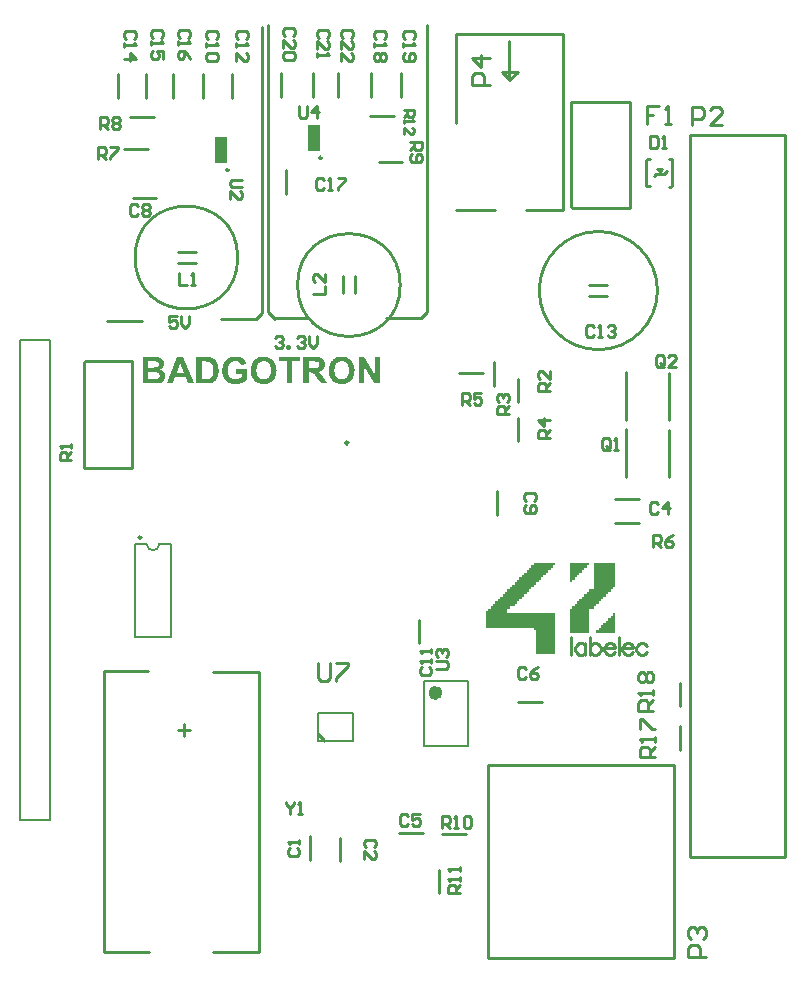
<source format=gto>
%FSLAX44Y44*%
%MOMM*%
G71*
G01*
G75*
G04 Layer_Color=65535*
%ADD10R,1.4000X0.6500*%
%ADD11R,1.7800X0.4200*%
%ADD12R,1.0000X1.1000*%
%ADD13R,1.1000X1.0000*%
%ADD14R,0.3000X1.4000*%
%ADD15R,1.1000X1.9000*%
%ADD16R,0.6000X1.4000*%
%ADD17R,1.4500X0.5500*%
%ADD18R,0.5500X1.4500*%
%ADD19R,1.7000X0.6500*%
%ADD20R,0.8000X0.8000*%
%ADD21R,3.5000X2.6000*%
%ADD22C,1.0000*%
%ADD23C,0.2540*%
%ADD24C,0.3000*%
%ADD25C,0.7000*%
%ADD26C,0.4000*%
%ADD27C,0.5000*%
%ADD28C,0.6000*%
%ADD29C,4.0000*%
%ADD30R,1.5000X1.5000*%
%ADD31C,1.5000*%
%ADD32C,2.5000*%
%ADD33C,1.5240*%
%ADD34C,1.9000*%
%ADD35C,1.6000*%
%ADD36C,1.2700*%
%ADD37R,2.4000X3.0000*%
%ADD38R,0.6000X1.3000*%
%ADD39C,0.2500*%
%ADD40C,0.2000*%
%ADD41R,1.0000X2.3000*%
G36*
X166164Y509000D02*
X161235D01*
X159268Y514099D01*
X150308D01*
X148438Y509000D01*
X143654D01*
X152372Y531413D01*
X157179D01*
X166164Y509000D01*
D02*
G37*
G36*
X323757D02*
X319240D01*
X310159Y523715D01*
Y509000D01*
X305982D01*
Y531413D01*
X310353D01*
X319580Y516358D01*
Y531413D01*
X323757D01*
Y509000D01*
D02*
G37*
G36*
X133480Y531388D02*
X133771D01*
X134427Y531364D01*
X135083Y531315D01*
X135714Y531243D01*
X135981Y531218D01*
X136248Y531170D01*
X136297D01*
X136369Y531146D01*
X136467Y531121D01*
X136709Y531073D01*
X137025Y530976D01*
X137389Y530854D01*
X137778Y530684D01*
X138191Y530490D01*
X138579Y530247D01*
X138603D01*
X138628Y530223D01*
X138749Y530126D01*
X138943Y529956D01*
X139186Y529761D01*
X139453Y529470D01*
X139745Y529154D01*
X140036Y528790D01*
X140303Y528377D01*
Y528353D01*
X140328Y528329D01*
X140376Y528256D01*
X140425Y528183D01*
X140522Y527940D01*
X140667Y527625D01*
X140789Y527236D01*
X140910Y526775D01*
X140983Y526289D01*
X141007Y525755D01*
Y525731D01*
Y525682D01*
Y525609D01*
X140983Y525488D01*
Y525342D01*
X140959Y525196D01*
X140910Y524808D01*
X140789Y524347D01*
X140643Y523861D01*
X140449Y523375D01*
X140157Y522865D01*
Y522841D01*
X140109Y522817D01*
X140060Y522744D01*
X140012Y522647D01*
X139817Y522428D01*
X139550Y522137D01*
X139211Y521821D01*
X138822Y521481D01*
X138361Y521166D01*
X137851Y520898D01*
X137875D01*
X137948Y520874D01*
X138045Y520826D01*
X138191Y520777D01*
X138361Y520704D01*
X138555Y520631D01*
X139016Y520413D01*
X139502Y520146D01*
X140036Y519781D01*
X140546Y519369D01*
X140983Y518859D01*
X141007Y518834D01*
X141032Y518786D01*
X141080Y518713D01*
X141153Y518616D01*
X141250Y518470D01*
X141347Y518300D01*
X141444Y518106D01*
X141542Y517912D01*
X141736Y517402D01*
X141930Y516843D01*
X142051Y516188D01*
X142100Y515848D01*
Y515483D01*
Y515459D01*
Y515411D01*
Y515338D01*
Y515216D01*
X142076Y515095D01*
X142051Y514925D01*
X142003Y514536D01*
X141930Y514075D01*
X141784Y513589D01*
X141614Y513055D01*
X141372Y512497D01*
Y512472D01*
X141347Y512424D01*
X141299Y512351D01*
X141250Y512254D01*
X141080Y511987D01*
X140862Y511671D01*
X140595Y511307D01*
X140255Y510918D01*
X139866Y510530D01*
X139429Y510190D01*
X139405D01*
X139380Y510166D01*
X139308Y510117D01*
X139211Y510044D01*
X139089Y509996D01*
X138943Y509923D01*
X138603Y509753D01*
X138166Y509558D01*
X137632Y509389D01*
X137049Y509243D01*
X136394Y509146D01*
X136272D01*
X136151Y509121D01*
X136005D01*
X135811Y509097D01*
X135568D01*
X135301Y509073D01*
X134961D01*
X134572Y509049D01*
X134135D01*
X133625Y509024D01*
X132436D01*
X131732Y509000D01*
X123330D01*
Y531413D01*
X133188D01*
X133480Y531388D01*
D02*
G37*
G36*
X269364D02*
X269704D01*
X270093Y531364D01*
X270481Y531340D01*
X271355Y531267D01*
X272205Y531146D01*
X272618Y531097D01*
X273031Y531000D01*
X273395Y530903D01*
X273711Y530806D01*
X273735D01*
X273783Y530781D01*
X273856Y530733D01*
X273978Y530684D01*
X274123Y530611D01*
X274269Y530538D01*
X274658Y530320D01*
X275070Y530004D01*
X275483Y529640D01*
X275920Y529179D01*
X276309Y528644D01*
Y528620D01*
X276357Y528572D01*
X276406Y528499D01*
X276455Y528377D01*
X276552Y528232D01*
X276625Y528062D01*
X276722Y527843D01*
X276819Y527625D01*
X276989Y527115D01*
X277159Y526508D01*
X277256Y525852D01*
X277304Y525123D01*
Y525099D01*
Y525002D01*
Y524881D01*
X277280Y524711D01*
X277256Y524492D01*
X277232Y524249D01*
X277183Y523958D01*
X277110Y523667D01*
X276940Y522987D01*
X276819Y522647D01*
X276673Y522307D01*
X276503Y521942D01*
X276309Y521603D01*
X276090Y521263D01*
X275823Y520947D01*
X275799Y520923D01*
X275750Y520874D01*
X275678Y520801D01*
X275556Y520680D01*
X275386Y520558D01*
X275192Y520413D01*
X274973Y520243D01*
X274706Y520073D01*
X274415Y519879D01*
X274099Y519709D01*
X273735Y519539D01*
X273322Y519369D01*
X272885Y519223D01*
X272424Y519077D01*
X271914Y518956D01*
X271380Y518859D01*
X271404D01*
X271452Y518810D01*
X271525Y518786D01*
X271622Y518713D01*
X271889Y518543D01*
X272229Y518300D01*
X272618Y518033D01*
X273031Y517717D01*
X273444Y517353D01*
X273808Y516989D01*
X273856Y516940D01*
X273905Y516867D01*
X273978Y516795D01*
X274075Y516673D01*
X274196Y516527D01*
X274342Y516358D01*
X274488Y516163D01*
X274658Y515920D01*
X274852Y515653D01*
X275070Y515362D01*
X275289Y515022D01*
X275532Y514658D01*
X275799Y514245D01*
X276090Y513832D01*
X276382Y513346D01*
X279126Y509000D01*
X273711D01*
X270433Y513881D01*
X270408Y513905D01*
X270360Y514002D01*
X270263Y514124D01*
X270141Y514294D01*
X270020Y514512D01*
X269850Y514731D01*
X269485Y515265D01*
X269073Y515823D01*
X268684Y516358D01*
X268490Y516600D01*
X268320Y516819D01*
X268174Y517013D01*
X268029Y517159D01*
X268004Y517183D01*
X267931Y517280D01*
X267786Y517377D01*
X267616Y517523D01*
X267421Y517693D01*
X267179Y517839D01*
X266936Y517985D01*
X266669Y518082D01*
X266644Y518106D01*
X266523Y518130D01*
X266353Y518179D01*
X266110Y518227D01*
X265795Y518276D01*
X265406Y518300D01*
X264945Y518349D01*
X263488D01*
Y509000D01*
X258971D01*
Y531413D01*
X269073D01*
X269364Y531388D01*
D02*
G37*
G36*
X256057Y527625D02*
X249453D01*
Y509000D01*
X244936D01*
Y527625D01*
X238283D01*
Y531413D01*
X256057D01*
Y527625D01*
D02*
G37*
G36*
X177504Y531388D02*
X178062D01*
X178378Y531364D01*
X179058Y531315D01*
X179762Y531218D01*
X180442Y531121D01*
X180758Y531048D01*
X181049Y530976D01*
X181073D01*
X181146Y530951D01*
X181243Y530903D01*
X181389Y530854D01*
X181559Y530806D01*
X181753Y530709D01*
X182215Y530490D01*
X182749Y530223D01*
X183307Y529859D01*
X183866Y529422D01*
X184424Y528912D01*
X184449Y528887D01*
X184497Y528839D01*
X184570Y528766D01*
X184667Y528644D01*
X184764Y528499D01*
X184910Y528329D01*
X185056Y528134D01*
X185226Y527892D01*
X185396Y527649D01*
X185566Y527382D01*
X185930Y526750D01*
X186270Y526046D01*
X186561Y525269D01*
Y525245D01*
X186585Y525172D01*
X186634Y525051D01*
X186683Y524881D01*
X186731Y524686D01*
X186804Y524419D01*
X186877Y524128D01*
X186950Y523812D01*
X186998Y523448D01*
X187071Y523035D01*
X187144Y522598D01*
X187192Y522137D01*
X187241Y521627D01*
X187290Y521117D01*
X187314Y520558D01*
Y519976D01*
Y519951D01*
Y519854D01*
Y519709D01*
Y519514D01*
X187290Y519272D01*
Y519004D01*
X187265Y518689D01*
X187217Y518349D01*
X187144Y517596D01*
X187022Y516795D01*
X186852Y515993D01*
X186610Y515216D01*
Y515192D01*
X186561Y515119D01*
X186513Y514973D01*
X186464Y514804D01*
X186367Y514609D01*
X186270Y514366D01*
X186148Y514099D01*
X186003Y513808D01*
X185663Y513177D01*
X185250Y512521D01*
X184764Y511865D01*
X184206Y511258D01*
X184181Y511234D01*
X184157Y511210D01*
X184084Y511137D01*
X183987Y511064D01*
X183866Y510967D01*
X183744Y510845D01*
X183574Y510724D01*
X183380Y510603D01*
X182919Y510311D01*
X182385Y510020D01*
X181753Y509729D01*
X181049Y509461D01*
X181025D01*
X180976Y509437D01*
X180903Y509413D01*
X180782Y509389D01*
X180636Y509364D01*
X180442Y509316D01*
X180223Y509267D01*
X179981Y509243D01*
X179713Y509194D01*
X179422Y509146D01*
X179082Y509097D01*
X178718Y509073D01*
X178354Y509049D01*
X177941Y509024D01*
X177504Y509000D01*
X168544D01*
Y531413D01*
X177261D01*
X177504Y531388D01*
D02*
G37*
G36*
X291971Y531753D02*
X292311Y531728D01*
X292724Y531680D01*
X293209Y531607D01*
X293744Y531510D01*
X294326Y531388D01*
X294958Y531218D01*
X295589Y531024D01*
X296245Y530781D01*
X296925Y530466D01*
X297580Y530126D01*
X298212Y529713D01*
X298819Y529227D01*
X299401Y528693D01*
X299426Y528669D01*
X299523Y528547D01*
X299669Y528377D01*
X299863Y528134D01*
X300106Y527819D01*
X300348Y527430D01*
X300616Y526993D01*
X300907Y526459D01*
X301174Y525900D01*
X301441Y525245D01*
X301708Y524541D01*
X301927Y523788D01*
X302121Y522962D01*
X302267Y522088D01*
X302364Y521141D01*
X302388Y520146D01*
Y520121D01*
Y520073D01*
Y520000D01*
Y519903D01*
Y519781D01*
X302364Y519636D01*
X302340Y519247D01*
X302291Y518786D01*
X302243Y518276D01*
X302145Y517669D01*
X302024Y517038D01*
X301854Y516382D01*
X301660Y515678D01*
X301417Y514973D01*
X301150Y514269D01*
X300810Y513565D01*
X300397Y512885D01*
X299960Y512254D01*
X299426Y511647D01*
X299401Y511623D01*
X299280Y511525D01*
X299134Y511355D01*
X298892Y511161D01*
X298600Y510943D01*
X298236Y510676D01*
X297823Y510408D01*
X297337Y510117D01*
X296803Y509826D01*
X296220Y509558D01*
X295565Y509291D01*
X294861Y509073D01*
X294108Y508879D01*
X293307Y508709D01*
X292432Y508611D01*
X291534Y508587D01*
X291315D01*
X291048Y508611D01*
X290708Y508636D01*
X290296Y508684D01*
X289786Y508757D01*
X289251Y508830D01*
X288669Y508976D01*
X288037Y509121D01*
X287406Y509340D01*
X286726Y509583D01*
X286070Y509874D01*
X285415Y510214D01*
X284783Y510627D01*
X284176Y511088D01*
X283594Y511623D01*
X283569Y511671D01*
X283472Y511768D01*
X283326Y511938D01*
X283132Y512181D01*
X282914Y512497D01*
X282671Y512885D01*
X282404Y513322D01*
X282137Y513832D01*
X281845Y514391D01*
X281578Y515022D01*
X281335Y515702D01*
X281117Y516455D01*
X280923Y517256D01*
X280777Y518130D01*
X280680Y519053D01*
X280655Y520024D01*
Y520073D01*
Y520170D01*
Y520364D01*
X280680Y520607D01*
Y520898D01*
X280704Y521238D01*
X280753Y521603D01*
X280777Y522040D01*
X280850Y522477D01*
X280898Y522938D01*
X281092Y523909D01*
X281335Y524856D01*
X281505Y525342D01*
X281675Y525779D01*
Y525803D01*
X281700Y525852D01*
X281748Y525949D01*
X281821Y526071D01*
X281894Y526216D01*
X281991Y526386D01*
X282209Y526823D01*
X282501Y527285D01*
X282865Y527819D01*
X283278Y528329D01*
X283739Y528863D01*
X283764Y528887D01*
X283812Y528912D01*
X283885Y528984D01*
X283982Y529081D01*
X284104Y529203D01*
X284249Y529324D01*
X284613Y529616D01*
X285026Y529956D01*
X285536Y530296D01*
X286070Y530611D01*
X286653Y530878D01*
X286677D01*
X286750Y530927D01*
X286872Y530951D01*
X287017Y531024D01*
X287212Y531097D01*
X287454Y531170D01*
X287722Y531243D01*
X288037Y531340D01*
X288377Y531413D01*
X288741Y531485D01*
X289154Y531558D01*
X289567Y531631D01*
X290490Y531728D01*
X291485Y531777D01*
X291704D01*
X291971Y531753D01*
D02*
G37*
G36*
X523166Y354900D02*
Y352868D01*
Y350836D01*
Y348804D01*
Y346772D01*
Y344740D01*
Y342708D01*
Y340676D01*
Y338644D01*
Y336612D01*
X521134D01*
Y334580D01*
X519102D01*
Y332548D01*
X517070D01*
Y330516D01*
X515038D01*
Y328484D01*
X513006D01*
Y326452D01*
X510974D01*
Y324420D01*
X508942D01*
Y322388D01*
X506910D01*
Y320356D01*
X504878D01*
Y318324D01*
X500814D01*
Y316292D01*
Y314260D01*
Y312228D01*
Y310196D01*
Y308164D01*
Y306132D01*
Y304100D01*
Y302068D01*
Y300036D01*
Y298004D01*
X484558D01*
Y300036D01*
Y302068D01*
Y304100D01*
Y306132D01*
Y308164D01*
Y310196D01*
Y312228D01*
Y314260D01*
Y316292D01*
Y318324D01*
X486590D01*
Y320356D01*
X488622D01*
Y322388D01*
X490654D01*
Y324420D01*
X492686D01*
Y326452D01*
X494718D01*
Y328484D01*
X496750D01*
Y330516D01*
X498782D01*
Y332548D01*
X500814D01*
Y334580D01*
X504878D01*
Y336612D01*
Y338644D01*
Y340676D01*
Y342708D01*
Y344740D01*
Y346772D01*
Y348804D01*
Y350836D01*
Y352868D01*
Y354900D01*
Y356932D01*
X523166D01*
Y354900D01*
D02*
G37*
G36*
Y312228D02*
Y310196D01*
Y308164D01*
Y306132D01*
Y304100D01*
Y302068D01*
Y300036D01*
Y298004D01*
X506910D01*
Y300036D01*
X508942D01*
Y302068D01*
X510974D01*
Y304100D01*
X513006D01*
Y306132D01*
X515038D01*
Y308164D01*
X517070D01*
Y310196D01*
X519102D01*
Y312228D01*
X521134D01*
Y314260D01*
X523166D01*
Y312228D01*
D02*
G37*
G36*
X500814Y354900D02*
X498782D01*
Y352868D01*
X496750D01*
Y350836D01*
X494718D01*
Y348804D01*
X492686D01*
Y346772D01*
X490654D01*
Y344740D01*
X488622D01*
Y342708D01*
X486590D01*
Y340676D01*
X484558D01*
Y342708D01*
Y344740D01*
Y346772D01*
Y348804D01*
Y350836D01*
Y352868D01*
Y354900D01*
Y356932D01*
X500814D01*
Y354900D01*
D02*
G37*
G36*
X225899Y531753D02*
X226239Y531728D01*
X226651Y531680D01*
X227137Y531607D01*
X227671Y531510D01*
X228254Y531388D01*
X228885Y531218D01*
X229517Y531024D01*
X230172Y530781D01*
X230852Y530466D01*
X231508Y530126D01*
X232139Y529713D01*
X232746Y529227D01*
X233329Y528693D01*
X233353Y528669D01*
X233451Y528547D01*
X233596Y528377D01*
X233790Y528134D01*
X234033Y527819D01*
X234276Y527430D01*
X234543Y526993D01*
X234835Y526459D01*
X235102Y525900D01*
X235369Y525245D01*
X235636Y524541D01*
X235854Y523788D01*
X236049Y522962D01*
X236194Y522088D01*
X236292Y521141D01*
X236316Y520146D01*
Y520121D01*
Y520073D01*
Y520000D01*
Y519903D01*
Y519781D01*
X236292Y519636D01*
X236267Y519247D01*
X236219Y518786D01*
X236170Y518276D01*
X236073Y517669D01*
X235951Y517038D01*
X235782Y516382D01*
X235587Y515678D01*
X235345Y514973D01*
X235077Y514269D01*
X234737Y513565D01*
X234325Y512885D01*
X233888Y512254D01*
X233353Y511647D01*
X233329Y511623D01*
X233208Y511525D01*
X233062Y511355D01*
X232819Y511161D01*
X232528Y510943D01*
X232164Y510676D01*
X231751Y510408D01*
X231265Y510117D01*
X230731Y509826D01*
X230148Y509558D01*
X229492Y509291D01*
X228788Y509073D01*
X228036Y508879D01*
X227234Y508709D01*
X226360Y508611D01*
X225462Y508587D01*
X225243D01*
X224976Y508611D01*
X224636Y508636D01*
X224223Y508684D01*
X223713Y508757D01*
X223179Y508830D01*
X222596Y508976D01*
X221965Y509121D01*
X221334Y509340D01*
X220654Y509583D01*
X219998Y509874D01*
X219342Y510214D01*
X218711Y510627D01*
X218104Y511088D01*
X217521Y511623D01*
X217497Y511671D01*
X217400Y511768D01*
X217254Y511938D01*
X217060Y512181D01*
X216841Y512497D01*
X216598Y512885D01*
X216331Y513322D01*
X216064Y513832D01*
X215773Y514391D01*
X215506Y515022D01*
X215263Y515702D01*
X215044Y516455D01*
X214850Y517256D01*
X214704Y518130D01*
X214607Y519053D01*
X214583Y520024D01*
Y520073D01*
Y520170D01*
Y520364D01*
X214607Y520607D01*
Y520898D01*
X214632Y521238D01*
X214680Y521603D01*
X214704Y522040D01*
X214777Y522477D01*
X214826Y522938D01*
X215020Y523909D01*
X215263Y524856D01*
X215433Y525342D01*
X215603Y525779D01*
Y525803D01*
X215627Y525852D01*
X215676Y525949D01*
X215749Y526071D01*
X215821Y526216D01*
X215919Y526386D01*
X216137Y526823D01*
X216429Y527285D01*
X216793Y527819D01*
X217206Y528329D01*
X217667Y528863D01*
X217691Y528887D01*
X217740Y528912D01*
X217813Y528984D01*
X217910Y529081D01*
X218031Y529203D01*
X218177Y529324D01*
X218541Y529616D01*
X218954Y529956D01*
X219464Y530296D01*
X219998Y530611D01*
X220581Y530878D01*
X220605D01*
X220678Y530927D01*
X220799Y530951D01*
X220945Y531024D01*
X221139Y531097D01*
X221382Y531170D01*
X221649Y531243D01*
X221965Y531340D01*
X222305Y531413D01*
X222669Y531485D01*
X223082Y531558D01*
X223495Y531631D01*
X224417Y531728D01*
X225413Y531777D01*
X225632D01*
X225899Y531753D01*
D02*
G37*
G36*
X202175D02*
X202539Y531728D01*
X202952Y531680D01*
X203389Y531631D01*
X203874Y531558D01*
X204384Y531461D01*
X204919Y531340D01*
X205453Y531218D01*
X206011Y531048D01*
X206546Y530830D01*
X207055Y530611D01*
X207541Y530344D01*
X208002Y530029D01*
X208027Y530004D01*
X208100Y529956D01*
X208221Y529859D01*
X208391Y529713D01*
X208561Y529519D01*
X208780Y529324D01*
X209022Y529057D01*
X209265Y528766D01*
X209532Y528450D01*
X209775Y528086D01*
X210042Y527673D01*
X210285Y527260D01*
X210504Y526799D01*
X210722Y526289D01*
X210892Y525755D01*
X211038Y525196D01*
X206546Y524347D01*
Y524371D01*
X206521Y524419D01*
X206497Y524516D01*
X206448Y524614D01*
X206400Y524759D01*
X206327Y524929D01*
X206133Y525294D01*
X205890Y525706D01*
X205574Y526143D01*
X205210Y526556D01*
X204749Y526945D01*
X204724D01*
X204700Y526993D01*
X204627Y527042D01*
X204506Y527090D01*
X204384Y527163D01*
X204239Y527260D01*
X204044Y527333D01*
X203850Y527430D01*
X203389Y527600D01*
X202830Y527770D01*
X202199Y527867D01*
X201495Y527916D01*
X201203D01*
X201009Y527892D01*
X200766Y527867D01*
X200475Y527819D01*
X200135Y527746D01*
X199795Y527673D01*
X199431Y527576D01*
X199042Y527455D01*
X198654Y527309D01*
X198265Y527115D01*
X197877Y526896D01*
X197488Y526653D01*
X197124Y526362D01*
X196784Y526022D01*
X196760Y525998D01*
X196711Y525925D01*
X196614Y525828D01*
X196517Y525658D01*
X196371Y525463D01*
X196225Y525221D01*
X196080Y524953D01*
X195910Y524614D01*
X195740Y524249D01*
X195594Y523837D01*
X195448Y523375D01*
X195303Y522865D01*
X195206Y522331D01*
X195109Y521748D01*
X195060Y521117D01*
X195036Y520437D01*
Y520388D01*
Y520267D01*
X195060Y520048D01*
Y519781D01*
X195084Y519441D01*
X195133Y519077D01*
X195181Y518640D01*
X195254Y518179D01*
X195351Y517717D01*
X195473Y517207D01*
X195618Y516722D01*
X195788Y516212D01*
X195983Y515726D01*
X196225Y515265D01*
X196493Y514828D01*
X196808Y514439D01*
X196833Y514415D01*
X196881Y514366D01*
X197003Y514245D01*
X197124Y514124D01*
X197318Y513978D01*
X197512Y513808D01*
X197780Y513638D01*
X198047Y513444D01*
X198362Y513249D01*
X198727Y513079D01*
X199091Y512910D01*
X199504Y512764D01*
X199965Y512642D01*
X200426Y512545D01*
X200912Y512472D01*
X201446Y512448D01*
X201689D01*
X201810Y512472D01*
X201980D01*
X202345Y512521D01*
X202782Y512594D01*
X203243Y512691D01*
X203753Y512812D01*
X204287Y513007D01*
X204312D01*
X204360Y513031D01*
X204433Y513055D01*
X204530Y513104D01*
X204797Y513225D01*
X205137Y513395D01*
X205526Y513589D01*
X205938Y513808D01*
X206351Y514051D01*
X206764Y514342D01*
Y517207D01*
X201592D01*
Y520995D01*
X211329D01*
Y512035D01*
X211305Y512011D01*
X211256Y511987D01*
X211183Y511914D01*
X211062Y511817D01*
X210916Y511695D01*
X210746Y511550D01*
X210528Y511404D01*
X210285Y511234D01*
X209994Y511040D01*
X209702Y510845D01*
X209362Y510651D01*
X208974Y510457D01*
X208585Y510238D01*
X208148Y510044D01*
X207687Y509826D01*
X207201Y509631D01*
X207177D01*
X207080Y509583D01*
X206934Y509534D01*
X206740Y509461D01*
X206497Y509389D01*
X206206Y509291D01*
X205866Y509218D01*
X205501Y509121D01*
X205113Y509024D01*
X204676Y508927D01*
X204239Y508830D01*
X203753Y508757D01*
X202757Y508636D01*
X202248Y508611D01*
X201738Y508587D01*
X201398D01*
X201155Y508611D01*
X200839Y508636D01*
X200475Y508660D01*
X200086Y508709D01*
X199649Y508782D01*
X199188Y508854D01*
X198702Y508951D01*
X198192Y509073D01*
X197658Y509194D01*
X197124Y509364D01*
X196614Y509558D01*
X196104Y509777D01*
X195594Y510044D01*
X195570Y510068D01*
X195473Y510117D01*
X195351Y510190D01*
X195157Y510311D01*
X194963Y510481D01*
X194696Y510651D01*
X194429Y510870D01*
X194137Y511137D01*
X193822Y511404D01*
X193506Y511720D01*
X193166Y512084D01*
X192850Y512448D01*
X192535Y512861D01*
X192219Y513298D01*
X191952Y513759D01*
X191685Y514269D01*
X191660Y514294D01*
X191636Y514391D01*
X191563Y514536D01*
X191490Y514755D01*
X191393Y514998D01*
X191272Y515313D01*
X191150Y515653D01*
X191029Y516042D01*
X190908Y516479D01*
X190786Y516940D01*
X190689Y517426D01*
X190568Y517936D01*
X190495Y518494D01*
X190422Y519053D01*
X190398Y519636D01*
X190373Y520243D01*
Y520291D01*
Y520388D01*
Y520583D01*
X190398Y520826D01*
X190422Y521141D01*
X190446Y521505D01*
X190495Y521894D01*
X190568Y522331D01*
X190641Y522792D01*
X190738Y523302D01*
X190859Y523812D01*
X190980Y524347D01*
X191150Y524881D01*
X191345Y525415D01*
X191563Y525949D01*
X191830Y526459D01*
X191855Y526483D01*
X191903Y526581D01*
X191976Y526726D01*
X192097Y526920D01*
X192267Y527139D01*
X192437Y527406D01*
X192656Y527697D01*
X192923Y528013D01*
X193190Y528353D01*
X193530Y528693D01*
X193870Y529033D01*
X194259Y529397D01*
X194671Y529737D01*
X195133Y530053D01*
X195618Y530368D01*
X196128Y530660D01*
X196153Y530684D01*
X196225Y530709D01*
X196347Y530757D01*
X196517Y530830D01*
X196735Y530927D01*
X196978Y531024D01*
X197270Y531121D01*
X197610Y531218D01*
X197974Y531315D01*
X198387Y531413D01*
X198824Y531510D01*
X199309Y531607D01*
X199819Y531680D01*
X200354Y531728D01*
X200912Y531777D01*
X201908D01*
X202175Y531753D01*
D02*
G37*
G36*
X472366Y354900D02*
X470334D01*
Y352868D01*
X468302D01*
Y350836D01*
X466270D01*
Y348804D01*
X464238D01*
Y346772D01*
X462206D01*
Y344740D01*
X460174D01*
Y342708D01*
X458142D01*
Y340676D01*
X456110D01*
Y338644D01*
X454078D01*
Y336612D01*
X452046D01*
Y334580D01*
X450014D01*
Y332548D01*
X447982D01*
Y330516D01*
X445950D01*
Y328484D01*
X443918D01*
Y326452D01*
X441886D01*
Y324420D01*
X439854D01*
Y322388D01*
X437822D01*
Y320356D01*
X433758D01*
Y318324D01*
X431726D01*
Y316292D01*
Y314260D01*
X472366D01*
Y312228D01*
Y310196D01*
Y308164D01*
Y306132D01*
Y304100D01*
Y302068D01*
Y300036D01*
Y298004D01*
Y295972D01*
Y293940D01*
Y291908D01*
Y289876D01*
Y287844D01*
Y285812D01*
Y283780D01*
Y281748D01*
Y279716D01*
X456110D01*
Y281748D01*
Y283780D01*
Y285812D01*
Y287844D01*
Y289876D01*
Y291908D01*
Y293940D01*
Y295972D01*
Y298004D01*
Y300036D01*
X454078D01*
Y302068D01*
X413438D01*
Y304100D01*
Y306132D01*
Y308164D01*
Y310196D01*
Y312228D01*
Y314260D01*
Y316292D01*
X415470D01*
Y318324D01*
X417502D01*
Y320356D01*
X419534D01*
Y322388D01*
X421566D01*
Y324420D01*
X423598D01*
Y326452D01*
X425630D01*
Y328484D01*
X427662D01*
Y330516D01*
X429694D01*
Y332548D01*
X431726D01*
Y334580D01*
X433758D01*
Y336612D01*
X435790D01*
Y338644D01*
X437822D01*
Y340676D01*
X439854D01*
Y342708D01*
X441886D01*
Y344740D01*
X443918D01*
Y346772D01*
X445950D01*
Y348804D01*
X447982D01*
Y350836D01*
X450014D01*
Y352868D01*
X452046D01*
Y354900D01*
X454078D01*
Y356932D01*
X472366D01*
Y354900D01*
D02*
G37*
%LPC*%
G36*
X154727Y526192D02*
X151692Y517887D01*
X157835D01*
X154727Y526192D01*
D02*
G37*
G36*
X268344Y527625D02*
X263488D01*
Y521918D01*
X267616D01*
X267907Y521942D01*
X268563D01*
X269267Y521991D01*
X269923Y522040D01*
X270214Y522064D01*
X270481Y522088D01*
X270724Y522137D01*
X270894Y522185D01*
X270942Y522210D01*
X271040Y522234D01*
X271185Y522307D01*
X271355Y522404D01*
X271574Y522525D01*
X271792Y522695D01*
X271987Y522890D01*
X272181Y523132D01*
X272205Y523157D01*
X272254Y523254D01*
X272327Y523400D01*
X272424Y523594D01*
X272497Y523837D01*
X272569Y524128D01*
X272618Y524468D01*
X272642Y524832D01*
Y524856D01*
Y524881D01*
Y525026D01*
X272618Y525221D01*
X272569Y525488D01*
X272497Y525779D01*
X272375Y526071D01*
X272229Y526362D01*
X272035Y526653D01*
X272011Y526678D01*
X271914Y526775D01*
X271792Y526896D01*
X271598Y527018D01*
X271355Y527188D01*
X271064Y527309D01*
X270700Y527430D01*
X270311Y527528D01*
X270287D01*
X270190Y527552D01*
X269995D01*
X269874Y527576D01*
X269510D01*
X269267Y527600D01*
X268684D01*
X268344Y527625D01*
D02*
G37*
G36*
X131999Y527673D02*
X127846D01*
Y522501D01*
X132217D01*
X132776Y522525D01*
X133310D01*
X133553Y522550D01*
X133771D01*
X133966Y522574D01*
X134160D01*
X134305Y522598D01*
X134524Y522647D01*
X134767Y522720D01*
X135058Y522817D01*
X135374Y522962D01*
X135665Y523132D01*
X135932Y523351D01*
X135957Y523375D01*
X136030Y523472D01*
X136151Y523618D01*
X136272Y523837D01*
X136394Y524079D01*
X136515Y524395D01*
X136588Y524735D01*
X136612Y525123D01*
Y525172D01*
Y525294D01*
X136588Y525488D01*
X136539Y525706D01*
X136467Y525973D01*
X136369Y526265D01*
X136224Y526532D01*
X136030Y526799D01*
X136005Y526823D01*
X135932Y526896D01*
X135787Y527018D01*
X135592Y527139D01*
X135350Y527285D01*
X135058Y527406D01*
X134718Y527503D01*
X134305Y527576D01*
X134233D01*
X134160Y527600D01*
X133941D01*
X133771Y527625D01*
X133358D01*
X133067Y527649D01*
X132411D01*
X131999Y527673D01*
D02*
G37*
G36*
X176023Y527625D02*
X173060D01*
Y512788D01*
X177091D01*
X177479Y512812D01*
X177941Y512837D01*
X178402Y512861D01*
X178815Y512910D01*
X179009Y512958D01*
X179179Y512982D01*
X179204D01*
X179228Y513007D01*
X179374Y513031D01*
X179568Y513104D01*
X179811Y513201D01*
X180102Y513346D01*
X180418Y513517D01*
X180709Y513711D01*
X181000Y513929D01*
X181025Y513954D01*
X181122Y514051D01*
X181268Y514221D01*
X181413Y514439D01*
X181607Y514755D01*
X181802Y515119D01*
X181996Y515556D01*
X182190Y516091D01*
Y516115D01*
X182215Y516163D01*
X182239Y516236D01*
X182263Y516358D01*
X182287Y516527D01*
X182336Y516698D01*
X182385Y516916D01*
X182433Y517159D01*
X182457Y517450D01*
X182506Y517766D01*
X182554Y518082D01*
X182579Y518446D01*
X182603Y518859D01*
X182627Y519272D01*
X182652Y519733D01*
Y520194D01*
Y520219D01*
Y520316D01*
Y520437D01*
Y520631D01*
X182627Y520850D01*
Y521093D01*
X182603Y521360D01*
Y521675D01*
X182530Y522307D01*
X182457Y522962D01*
X182336Y523618D01*
X182263Y523909D01*
X182190Y524176D01*
Y524201D01*
X182166Y524249D01*
X182142Y524322D01*
X182118Y524395D01*
X181996Y524662D01*
X181850Y524978D01*
X181680Y525318D01*
X181462Y525682D01*
X181195Y526022D01*
X180903Y526338D01*
X180855Y526362D01*
X180758Y526459D01*
X180563Y526605D01*
X180321Y526775D01*
X180029Y526945D01*
X179665Y527115D01*
X179252Y527285D01*
X178791Y527406D01*
X178742D01*
X178694Y527430D01*
X178596D01*
X178499Y527455D01*
X178354Y527479D01*
X178184Y527503D01*
X177965Y527528D01*
X177747D01*
X177479Y527552D01*
X177164Y527576D01*
X176824Y527600D01*
X176435D01*
X176023Y527625D01*
D02*
G37*
G36*
X225462Y527916D02*
X225194D01*
X225000Y527892D01*
X224757Y527867D01*
X224490Y527819D01*
X224175Y527746D01*
X223859Y527673D01*
X223495Y527576D01*
X223130Y527455D01*
X222766Y527285D01*
X222378Y527090D01*
X222013Y526872D01*
X221625Y526605D01*
X221285Y526313D01*
X220945Y525973D01*
X220921Y525949D01*
X220872Y525876D01*
X220799Y525779D01*
X220678Y525609D01*
X220557Y525415D01*
X220411Y525172D01*
X220265Y524881D01*
X220095Y524541D01*
X219949Y524152D01*
X219779Y523715D01*
X219634Y523254D01*
X219512Y522720D01*
X219391Y522161D01*
X219318Y521554D01*
X219270Y520898D01*
X219245Y520194D01*
Y520146D01*
Y520024D01*
X219270Y519830D01*
Y519563D01*
X219294Y519247D01*
X219342Y518883D01*
X219391Y518470D01*
X219464Y518033D01*
X219561Y517572D01*
X219682Y517110D01*
X219804Y516625D01*
X219974Y516139D01*
X220192Y515678D01*
X220411Y515241D01*
X220678Y514804D01*
X220994Y514415D01*
X221018Y514391D01*
X221066Y514342D01*
X221164Y514245D01*
X221309Y514099D01*
X221479Y513954D01*
X221698Y513784D01*
X221941Y513614D01*
X222208Y513444D01*
X222523Y513249D01*
X222863Y513079D01*
X223228Y512910D01*
X223616Y512764D01*
X224029Y512642D01*
X224490Y512545D01*
X224976Y512472D01*
X225462Y512448D01*
X225583D01*
X225729Y512472D01*
X225923D01*
X226141Y512497D01*
X226409Y512545D01*
X226700Y512618D01*
X227040Y512691D01*
X227380Y512788D01*
X227720Y512934D01*
X228108Y513079D01*
X228473Y513274D01*
X228837Y513492D01*
X229201Y513759D01*
X229565Y514051D01*
X229905Y514391D01*
X229930Y514415D01*
X229978Y514488D01*
X230075Y514585D01*
X230172Y514755D01*
X230318Y514949D01*
X230464Y515216D01*
X230609Y515508D01*
X230779Y515848D01*
X230949Y516236D01*
X231095Y516673D01*
X231241Y517159D01*
X231387Y517669D01*
X231484Y518252D01*
X231581Y518859D01*
X231629Y519539D01*
X231654Y520243D01*
Y520291D01*
Y520413D01*
Y520607D01*
X231629Y520874D01*
X231605Y521190D01*
X231556Y521554D01*
X231508Y521967D01*
X231435Y522404D01*
X231362Y522865D01*
X231241Y523351D01*
X231095Y523837D01*
X230949Y524298D01*
X230731Y524759D01*
X230512Y525196D01*
X230245Y525633D01*
X229954Y525998D01*
X229930Y526022D01*
X229881Y526071D01*
X229784Y526168D01*
X229638Y526289D01*
X229468Y526435D01*
X229274Y526605D01*
X229031Y526775D01*
X228764Y526969D01*
X228448Y527139D01*
X228108Y527309D01*
X227744Y527479D01*
X227331Y527625D01*
X226919Y527746D01*
X226457Y527843D01*
X225972Y527892D01*
X225462Y527916D01*
D02*
G37*
G36*
X291534D02*
X291267D01*
X291073Y527892D01*
X290830Y527867D01*
X290563Y527819D01*
X290247Y527746D01*
X289931Y527673D01*
X289567Y527576D01*
X289203Y527455D01*
X288839Y527285D01*
X288450Y527090D01*
X288086Y526872D01*
X287697Y526605D01*
X287357Y526313D01*
X287017Y525973D01*
X286993Y525949D01*
X286945Y525876D01*
X286872Y525779D01*
X286750Y525609D01*
X286629Y525415D01*
X286483Y525172D01*
X286338Y524881D01*
X286168Y524541D01*
X286022Y524152D01*
X285852Y523715D01*
X285706Y523254D01*
X285585Y522720D01*
X285463Y522161D01*
X285390Y521554D01*
X285342Y520898D01*
X285318Y520194D01*
Y520146D01*
Y520024D01*
X285342Y519830D01*
Y519563D01*
X285366Y519247D01*
X285415Y518883D01*
X285463Y518470D01*
X285536Y518033D01*
X285633Y517572D01*
X285755Y517110D01*
X285876Y516625D01*
X286046Y516139D01*
X286265Y515678D01*
X286483Y515241D01*
X286750Y514804D01*
X287066Y514415D01*
X287090Y514391D01*
X287139Y514342D01*
X287236Y514245D01*
X287382Y514099D01*
X287552Y513954D01*
X287770Y513784D01*
X288013Y513614D01*
X288280Y513444D01*
X288596Y513249D01*
X288936Y513079D01*
X289300Y512910D01*
X289688Y512764D01*
X290101Y512642D01*
X290563Y512545D01*
X291048Y512472D01*
X291534Y512448D01*
X291655D01*
X291801Y512472D01*
X291995D01*
X292214Y512497D01*
X292481Y512545D01*
X292772Y512618D01*
X293112Y512691D01*
X293452Y512788D01*
X293792Y512934D01*
X294181Y513079D01*
X294545Y513274D01*
X294909Y513492D01*
X295273Y513759D01*
X295638Y514051D01*
X295978Y514391D01*
X296002Y514415D01*
X296050Y514488D01*
X296148Y514585D01*
X296245Y514755D01*
X296390Y514949D01*
X296536Y515216D01*
X296682Y515508D01*
X296852Y515848D01*
X297022Y516236D01*
X297167Y516673D01*
X297313Y517159D01*
X297459Y517669D01*
X297556Y518252D01*
X297653Y518859D01*
X297702Y519539D01*
X297726Y520243D01*
Y520291D01*
Y520413D01*
Y520607D01*
X297702Y520874D01*
X297677Y521190D01*
X297629Y521554D01*
X297580Y521967D01*
X297507Y522404D01*
X297435Y522865D01*
X297313Y523351D01*
X297167Y523837D01*
X297022Y524298D01*
X296803Y524759D01*
X296585Y525196D01*
X296318Y525633D01*
X296026Y525998D01*
X296002Y526022D01*
X295953Y526071D01*
X295856Y526168D01*
X295711Y526289D01*
X295541Y526435D01*
X295346Y526605D01*
X295103Y526775D01*
X294836Y526969D01*
X294521Y527139D01*
X294181Y527309D01*
X293817Y527479D01*
X293404Y527625D01*
X292991Y527746D01*
X292530Y527843D01*
X292044Y527892D01*
X291534Y527916D01*
D02*
G37*
G36*
X132047Y518761D02*
X127846D01*
Y512788D01*
X132824D01*
X133334Y512812D01*
X133868D01*
X134378Y512837D01*
X134597Y512861D01*
X134815D01*
X134985Y512885D01*
X135131Y512910D01*
X135180D01*
X135301Y512958D01*
X135495Y513007D01*
X135714Y513104D01*
X135981Y513225D01*
X136248Y513371D01*
X136539Y513565D01*
X136782Y513808D01*
X136806Y513832D01*
X136879Y513929D01*
X137001Y514099D01*
X137122Y514318D01*
X137219Y514585D01*
X137341Y514901D01*
X137414Y515289D01*
X137438Y515702D01*
Y515751D01*
Y515872D01*
X137414Y516066D01*
X137365Y516285D01*
X137316Y516552D01*
X137219Y516843D01*
X137098Y517135D01*
X136928Y517402D01*
X136904Y517426D01*
X136831Y517523D01*
X136734Y517645D01*
X136564Y517790D01*
X136369Y517960D01*
X136127Y518130D01*
X135835Y518276D01*
X135520Y518422D01*
X135471Y518446D01*
X135422D01*
X135325Y518470D01*
X135204Y518494D01*
X135058Y518519D01*
X134888Y518567D01*
X134670Y518591D01*
X134427Y518616D01*
X134135Y518664D01*
X133795Y518689D01*
X133431Y518713D01*
X133019Y518737D01*
X132557D01*
X132047Y518761D01*
D02*
G37*
%LPD*%
D23*
X195710Y689810D02*
G03*
X195710Y689810I-1000J0D01*
G01*
X274470Y700050D02*
G03*
X274470Y700050I-1000J0D01*
G01*
X558830Y587670D02*
G03*
X558830Y587670I-50040J0D01*
G01*
X203510Y615610D02*
G03*
X203510Y615610I-43500J0D01*
G01*
X341070Y592350D02*
G03*
X341070Y592350I-43500J0D01*
G01*
X578350Y235660D02*
Y255660D01*
Y198830D02*
Y218830D01*
X376360Y127260D02*
X396360D01*
X340020Y128040D02*
X360020D01*
X373880Y77400D02*
Y97400D01*
X276140Y206600D02*
Y207100D01*
X271140Y212100D02*
X276140Y207100D01*
X357370Y289000D02*
Y309000D01*
X440970Y459940D02*
Y479940D01*
X390820Y517930D02*
X410820D01*
X440970Y492960D02*
Y512960D01*
X420650Y506930D02*
Y526930D01*
X388460Y655910D02*
X421460D01*
X427460Y772910D02*
X433460Y766910D01*
X427460Y772910D02*
X440460D01*
X433460Y765910D02*
X440460Y772910D01*
X433460Y765910D02*
Y798910D01*
X447460Y655910D02*
X478460D01*
X388460Y804910D02*
X478460D01*
Y655910D02*
Y804910D01*
X388460Y729910D02*
Y804910D01*
X522900Y411250D02*
X542900D01*
X522900Y390930D02*
X542900D01*
X423190Y397710D02*
Y417710D01*
X568800Y487820D02*
Y507820D01*
Y517820D01*
Y477820D02*
Y487820D01*
X531800Y508320D02*
Y518320D01*
Y478320D02*
Y488320D01*
Y508320D01*
X568800Y439560D02*
Y459560D01*
Y469560D01*
Y429560D02*
Y439560D01*
X531800Y460060D02*
Y470060D01*
Y430060D02*
Y440060D01*
Y460060D01*
X74370Y527660D02*
X104370D01*
X73370Y526660D02*
X74370Y527660D01*
X73370Y437660D02*
Y526660D01*
Y437660D02*
X114370D01*
Y527660D01*
X104370D02*
X114370D01*
X440860Y239580D02*
X460860D01*
X107610Y707160D02*
X127610D01*
X112670Y735020D02*
X132670D01*
X198380Y750690D02*
Y770690D01*
X174250Y750690D02*
Y770690D01*
X148850Y750690D02*
Y770690D01*
X125990Y750690D02*
Y770690D01*
X101860Y750690D02*
Y770690D01*
X500790Y592670D02*
X515790D01*
X500790Y582670D02*
X515790D01*
X571460Y676180D02*
Y699430D01*
X558710Y690680D02*
X562710D01*
X558710D02*
X560710Y688680D01*
X562710Y690680D01*
X557710Y686680D02*
X563710D01*
X564710D01*
X566710Y688680D01*
X555710Y684680D02*
X557710Y686680D01*
X568460Y699430D02*
X571460D01*
X568460Y675430D02*
X570460D01*
X550460Y699430D02*
X552460D01*
X549460Y698430D02*
X550460Y699430D01*
X549460Y676180D02*
Y698430D01*
Y676180D02*
X552460D01*
X485930Y747370D02*
X510930D01*
X485930Y658370D02*
Y747370D01*
Y658370D02*
X486930Y657370D01*
X535930D01*
Y747370D01*
X510930D02*
X535930D01*
X415620Y22480D02*
Y186280D01*
Y22480D02*
X573220D01*
Y186280D01*
X415620D02*
X573220D01*
X666500Y108280D02*
Y719080D01*
X586500Y108280D02*
Y719080D01*
Y108280D02*
X666500D01*
X586500Y719080D02*
X666500D01*
X240330Y751960D02*
Y771960D01*
X267000Y751960D02*
Y771960D01*
X288570Y751960D02*
Y771960D01*
X316530Y751960D02*
Y771960D01*
X341930Y751960D02*
Y771960D01*
X322750Y696780D02*
X342750D01*
X315890Y735100D02*
X335890D01*
X114470Y666300D02*
X134470D01*
X244120Y669490D02*
Y689490D01*
X153010Y620610D02*
X168010D01*
X153010Y610610D02*
X168010D01*
X292570Y585350D02*
Y600350D01*
X302570Y585350D02*
Y600350D01*
X182600Y27390D02*
X221600D01*
X90600D02*
X128600D01*
X90600D02*
Y265390D01*
X127600D01*
X221600Y27390D02*
Y232390D01*
Y264390D01*
X182600D02*
X221600D01*
X230260Y568460D02*
X235340Y563380D01*
X93080Y562190D02*
X122290D01*
X189600Y563460D02*
X218810D01*
X223890Y568540D01*
Y811110D01*
X329340Y564730D02*
X358550D01*
X363630Y569810D01*
Y812380D01*
X234090Y564730D02*
X263300D01*
X229010Y569810D02*
X234090Y564730D01*
X229010Y569810D02*
Y812380D01*
X264440Y105610D02*
Y125610D01*
X289840Y104340D02*
Y124340D01*
X255660Y743717D02*
Y735386D01*
X257326Y733720D01*
X260658D01*
X262325Y735386D01*
Y743717D01*
X270655Y733720D02*
Y743717D01*
X265657Y738718D01*
X272321D01*
X271027Y272578D02*
Y259882D01*
X273566Y257343D01*
X278645D01*
X281184Y259882D01*
Y272578D01*
X286262D02*
X296419D01*
Y270039D01*
X286262Y259882D01*
Y257343D01*
X244230Y154437D02*
Y152771D01*
X247562Y149438D01*
X250895Y152771D01*
Y154437D01*
X247562Y149438D02*
Y144440D01*
X254227D02*
X257559D01*
X255893D01*
Y154437D01*
X254227Y152771D01*
X371393Y267630D02*
X379724D01*
X381390Y269296D01*
Y272628D01*
X379724Y274295D01*
X371393D01*
X373060Y277627D02*
X371393Y279293D01*
Y282625D01*
X373060Y284291D01*
X374726D01*
X376392Y282625D01*
Y280959D01*
Y282625D01*
X378058Y284291D01*
X379724D01*
X381390Y282625D01*
Y279293D01*
X379724Y277627D01*
X207237Y681650D02*
X198906D01*
X197240Y679984D01*
Y676652D01*
X198906Y674986D01*
X207237D01*
X197240Y664989D02*
Y671653D01*
X203905Y664989D01*
X205571D01*
X207237Y666655D01*
Y669987D01*
X205571Y671653D01*
X555380Y232070D02*
X542384D01*
Y238568D01*
X544550Y240734D01*
X548882D01*
X551048Y238568D01*
Y232070D01*
Y236402D02*
X555380Y240734D01*
Y245066D02*
Y249398D01*
Y247232D01*
X542384D01*
X544550Y245066D01*
Y255896D02*
X542384Y258062D01*
Y262394D01*
X544550Y264560D01*
X546716D01*
X548882Y262394D01*
X551048Y264560D01*
X553214D01*
X555380Y262394D01*
Y258062D01*
X553214Y255896D01*
X551048D01*
X548882Y258062D01*
X546716Y255896D01*
X544550D01*
X548882Y258062D02*
Y262394D01*
X556650Y192700D02*
X543654D01*
Y199198D01*
X545820Y201364D01*
X550152D01*
X552318Y199198D01*
Y192700D01*
Y197032D02*
X556650Y201364D01*
Y205696D02*
Y210028D01*
Y207862D01*
X543654D01*
X545820Y205696D01*
X543654Y216526D02*
Y225190D01*
X545820D01*
X554484Y216526D01*
X556650D01*
X344540Y740150D02*
X352537D01*
Y736151D01*
X351205Y734818D01*
X348539D01*
X347206Y736151D01*
Y740150D01*
Y737484D02*
X344540Y734818D01*
Y732153D02*
Y729487D01*
Y730820D01*
X352537D01*
X351205Y732153D01*
X344540Y720156D02*
Y725488D01*
X349872Y720156D01*
X351205D01*
X352537Y721489D01*
Y724155D01*
X351205Y725488D01*
X391550Y77620D02*
X381553D01*
Y82619D01*
X383219Y84285D01*
X386552D01*
X388218Y82619D01*
Y77620D01*
Y80952D02*
X391550Y84285D01*
Y87617D02*
Y90949D01*
Y89283D01*
X381553D01*
X383219Y87617D01*
X391550Y95948D02*
Y99280D01*
Y97614D01*
X381553D01*
X383219Y95948D01*
X376310Y133010D02*
Y143007D01*
X381309D01*
X382975Y141341D01*
Y138008D01*
X381309Y136342D01*
X376310D01*
X379642D02*
X382975Y133010D01*
X386307D02*
X389639D01*
X387973D01*
Y143007D01*
X386307Y141341D01*
X394637D02*
X396304Y143007D01*
X399636D01*
X401302Y141341D01*
Y134676D01*
X399636Y133010D01*
X396304D01*
X394637Y134676D01*
Y141341D01*
X349640Y713400D02*
X359637D01*
Y708402D01*
X357971Y706736D01*
X354638D01*
X352972Y708402D01*
Y713400D01*
Y710068D02*
X349640Y706736D01*
X351306Y703403D02*
X349640Y701737D01*
Y698405D01*
X351306Y696739D01*
X357971D01*
X359637Y698405D01*
Y701737D01*
X357971Y703403D01*
X356305D01*
X354638Y701737D01*
Y696739D01*
X86750Y724830D02*
Y734827D01*
X91749D01*
X93415Y733161D01*
Y729828D01*
X91749Y728162D01*
X86750D01*
X90082D02*
X93415Y724830D01*
X96747Y733161D02*
X98413Y734827D01*
X101745D01*
X103411Y733161D01*
Y731495D01*
X101745Y729828D01*
X103411Y728162D01*
Y726496D01*
X101745Y724830D01*
X98413D01*
X96747Y726496D01*
Y728162D01*
X98413Y729828D01*
X96747Y731495D01*
Y733161D01*
X98413Y729828D02*
X101745D01*
X85480Y699430D02*
Y709427D01*
X90478D01*
X92145Y707761D01*
Y704428D01*
X90478Y702762D01*
X85480D01*
X88812D02*
X92145Y699430D01*
X95477Y709427D02*
X102141D01*
Y707761D01*
X95477Y701096D01*
Y699430D01*
X555380Y370500D02*
Y380497D01*
X560378D01*
X562045Y378831D01*
Y375499D01*
X560378Y373832D01*
X555380D01*
X558712D02*
X562045Y370500D01*
X572041Y380497D02*
X568709Y378831D01*
X565377Y375499D01*
Y372166D01*
X567043Y370500D01*
X570375D01*
X572041Y372166D01*
Y373832D01*
X570375Y375499D01*
X565377D01*
X393147Y490540D02*
Y500537D01*
X398145D01*
X399812Y498871D01*
Y495538D01*
X398145Y493872D01*
X393147D01*
X396479D02*
X399812Y490540D01*
X409808Y500537D02*
X403144D01*
Y495538D01*
X406476Y497205D01*
X408142D01*
X409808Y495538D01*
Y492206D01*
X408142Y490540D01*
X404810D01*
X403144Y492206D01*
X467750Y463210D02*
X457753D01*
Y468209D01*
X459420Y469875D01*
X462752D01*
X464418Y468209D01*
Y463210D01*
Y466542D02*
X467750Y469875D01*
Y478205D02*
X457753D01*
X462752Y473207D01*
Y479871D01*
X433337Y483000D02*
X423341D01*
Y487998D01*
X425007Y489664D01*
X428339D01*
X430005Y487998D01*
Y483000D01*
Y486332D02*
X433337Y489664D01*
X425007Y492997D02*
X423341Y494663D01*
Y497995D01*
X425007Y499661D01*
X426673D01*
X428339Y497995D01*
Y496329D01*
Y497995D01*
X430005Y499661D01*
X431671D01*
X433337Y497995D01*
Y494663D01*
X431671Y492997D01*
X467750Y502580D02*
X457753D01*
Y507579D01*
X459420Y509245D01*
X462752D01*
X464418Y507579D01*
Y502580D01*
Y505912D02*
X467750Y509245D01*
Y519241D02*
Y512577D01*
X461086Y519241D01*
X459420D01*
X457753Y517575D01*
Y514243D01*
X459420Y512577D01*
X62620Y444160D02*
X52623D01*
Y449159D01*
X54289Y450825D01*
X57622D01*
X59288Y449159D01*
Y444160D01*
Y447492D02*
X62620Y450825D01*
Y454157D02*
Y457489D01*
Y455823D01*
X52623D01*
X54289Y454157D01*
X564585Y524566D02*
Y531231D01*
X562919Y532897D01*
X559586D01*
X557920Y531231D01*
Y524566D01*
X559586Y522900D01*
X562919D01*
X561252Y526232D02*
X564585Y522900D01*
X562919D02*
X564585Y524566D01*
X574581Y522900D02*
X567917D01*
X574581Y529565D01*
Y531231D01*
X572915Y532897D01*
X569583D01*
X567917Y531231D01*
X518865Y454716D02*
Y461381D01*
X517198Y463047D01*
X513866D01*
X512200Y461381D01*
Y454716D01*
X513866Y453050D01*
X517198D01*
X515532Y456382D02*
X518865Y453050D01*
X517198D02*
X518865Y454716D01*
X522197Y453050D02*
X525529D01*
X523863D01*
Y463047D01*
X522197Y461381D01*
X416950Y761660D02*
X401715D01*
Y769278D01*
X404254Y771817D01*
X409333D01*
X411872Y769278D01*
Y761660D01*
X416950Y784513D02*
X401715D01*
X409333Y776895D01*
Y787052D01*
X599830Y23790D02*
X584595D01*
Y31408D01*
X587134Y33947D01*
X592213D01*
X594752Y31408D01*
Y23790D01*
X587134Y39025D02*
X584595Y41564D01*
Y46643D01*
X587134Y49182D01*
X589674D01*
X592213Y46643D01*
Y44103D01*
Y46643D01*
X594752Y49182D01*
X597291D01*
X599830Y46643D01*
Y41564D01*
X597291Y39025D01*
X587765Y728005D02*
Y743240D01*
X595383D01*
X597922Y740701D01*
Y735623D01*
X595383Y733083D01*
X587765D01*
X613157Y728005D02*
X603000D01*
X613157Y738162D01*
Y740701D01*
X610618Y743240D01*
X605540D01*
X603000Y740701D01*
X267173Y585110D02*
X277170D01*
Y591775D01*
Y601771D02*
Y595107D01*
X270506Y601771D01*
X268839D01*
X267173Y600105D01*
Y596773D01*
X268839Y595107D01*
X154060Y602747D02*
Y592750D01*
X160725D01*
X164057D02*
X167389D01*
X165723D01*
Y602747D01*
X164057Y601081D01*
X560457Y743875D02*
X550300D01*
Y736258D01*
X555378D01*
X550300D01*
Y728640D01*
X565535D02*
X570614D01*
X568074D01*
Y743875D01*
X565535Y741336D01*
X552840Y718317D02*
Y708320D01*
X557839D01*
X559505Y709986D01*
Y716651D01*
X557839Y718317D01*
X552840D01*
X562837Y708320D02*
X566169D01*
X564503D01*
Y718317D01*
X562837Y716651D01*
X299551Y801906D02*
X301217Y803572D01*
Y806904D01*
X299551Y808570D01*
X292886D01*
X291220Y806904D01*
Y803572D01*
X292886Y801906D01*
X291220Y791909D02*
Y798573D01*
X297885Y791909D01*
X299551D01*
X301217Y793575D01*
Y796907D01*
X299551Y798573D01*
X291220Y781912D02*
Y788577D01*
X297885Y781912D01*
X299551D01*
X301217Y783578D01*
Y786910D01*
X299551Y788577D01*
X279251Y801906D02*
X280917Y803572D01*
Y806904D01*
X279251Y808570D01*
X272586D01*
X270920Y806904D01*
Y803572D01*
X272586Y801906D01*
X270920Y791909D02*
Y798573D01*
X277585Y791909D01*
X279251D01*
X280917Y793575D01*
Y796907D01*
X279251Y798573D01*
X270920Y788577D02*
Y785244D01*
Y786910D01*
X280917D01*
X279251Y788577D01*
X250041Y803176D02*
X251707Y804842D01*
Y808174D01*
X250041Y809840D01*
X243376D01*
X241710Y808174D01*
Y804842D01*
X243376Y803176D01*
X241710Y793179D02*
Y799843D01*
X248375Y793179D01*
X250041D01*
X251707Y794845D01*
Y798177D01*
X250041Y799843D01*
Y789847D02*
X251707Y788180D01*
Y784848D01*
X250041Y783182D01*
X243376D01*
X241710Y784848D01*
Y788180D01*
X243376Y789847D01*
X250041D01*
X351641Y800636D02*
X353307Y802302D01*
Y805634D01*
X351641Y807300D01*
X344976D01*
X343310Y805634D01*
Y802302D01*
X344976Y800636D01*
X343310Y797303D02*
Y793971D01*
Y795637D01*
X353307D01*
X351641Y797303D01*
X344976Y788973D02*
X343310Y787307D01*
Y783974D01*
X344976Y782308D01*
X351641D01*
X353307Y783974D01*
Y787307D01*
X351641Y788973D01*
X349975D01*
X348308Y787307D01*
Y782308D01*
X327511Y800636D02*
X329177Y802302D01*
Y805634D01*
X327511Y807300D01*
X320846D01*
X319180Y805634D01*
Y802302D01*
X320846Y800636D01*
X319180Y797303D02*
Y793971D01*
Y795637D01*
X329177D01*
X327511Y797303D01*
Y788973D02*
X329177Y787307D01*
Y783974D01*
X327511Y782308D01*
X325845D01*
X324179Y783974D01*
X322512Y782308D01*
X320846D01*
X319180Y783974D01*
Y787307D01*
X320846Y788973D01*
X322512D01*
X324179Y787307D01*
X325845Y788973D01*
X327511D01*
X324179Y787307D02*
Y783974D01*
X276295Y681091D02*
X274629Y682757D01*
X271296D01*
X269630Y681091D01*
Y674426D01*
X271296Y672760D01*
X274629D01*
X276295Y674426D01*
X279627Y672760D02*
X282959D01*
X281293D01*
Y682757D01*
X279627Y681091D01*
X287957Y682757D02*
X294622D01*
Y681091D01*
X287957Y674426D01*
Y672760D01*
X161101Y801906D02*
X162767Y803572D01*
Y806904D01*
X161101Y808570D01*
X154436D01*
X152770Y806904D01*
Y803572D01*
X154436Y801906D01*
X152770Y798573D02*
Y795241D01*
Y796907D01*
X162767D01*
X161101Y798573D01*
X162767Y783578D02*
X161101Y786910D01*
X157769Y790243D01*
X154436D01*
X152770Y788577D01*
Y785244D01*
X154436Y783578D01*
X156103D01*
X157769Y785244D01*
Y790243D01*
X138241Y801906D02*
X139907Y803572D01*
Y806904D01*
X138241Y808570D01*
X131576D01*
X129910Y806904D01*
Y803572D01*
X131576Y801906D01*
X129910Y798573D02*
Y795241D01*
Y796907D01*
X139907D01*
X138241Y798573D01*
X139907Y783578D02*
Y790243D01*
X134909D01*
X136575Y786910D01*
Y785244D01*
X134909Y783578D01*
X131576D01*
X129910Y785244D01*
Y788577D01*
X131576Y790243D01*
X115381Y800636D02*
X117047Y802302D01*
Y805634D01*
X115381Y807300D01*
X108716D01*
X107050Y805634D01*
Y802302D01*
X108716Y800636D01*
X107050Y797303D02*
Y793971D01*
Y795637D01*
X117047D01*
X115381Y797303D01*
X107050Y783974D02*
X117047D01*
X112049Y788973D01*
Y782308D01*
X504895Y556631D02*
X503228Y558297D01*
X499896D01*
X498230Y556631D01*
Y549966D01*
X499896Y548300D01*
X503228D01*
X504895Y549966D01*
X508227Y548300D02*
X511559D01*
X509893D01*
Y558297D01*
X508227Y556631D01*
X516558D02*
X518224Y558297D01*
X521556D01*
X523222Y556631D01*
Y554965D01*
X521556Y553298D01*
X519890D01*
X521556D01*
X523222Y551632D01*
Y549966D01*
X521556Y548300D01*
X518224D01*
X516558Y549966D01*
X210631Y800636D02*
X212297Y802302D01*
Y805634D01*
X210631Y807300D01*
X203966D01*
X202300Y805634D01*
Y802302D01*
X203966Y800636D01*
X202300Y797303D02*
Y793971D01*
Y795637D01*
X212297D01*
X210631Y797303D01*
X202300Y782308D02*
Y788973D01*
X208965Y782308D01*
X210631D01*
X212297Y783974D01*
Y787307D01*
X210631Y788973D01*
X359090Y269215D02*
X357423Y267549D01*
Y264216D01*
X359090Y262550D01*
X365754D01*
X367420Y264216D01*
Y267549D01*
X365754Y269215D01*
X367420Y272547D02*
Y275879D01*
Y274213D01*
X357423D01*
X359090Y272547D01*
X367420Y280877D02*
Y284210D01*
Y282544D01*
X357423D01*
X359090Y280877D01*
X185231Y800636D02*
X186897Y802302D01*
Y805634D01*
X185231Y807300D01*
X178566D01*
X176900Y805634D01*
Y802302D01*
X178566Y800636D01*
X176900Y797303D02*
Y793971D01*
Y795637D01*
X186897D01*
X185231Y797303D01*
Y788973D02*
X186897Y787307D01*
Y783974D01*
X185231Y782308D01*
X178566D01*
X176900Y783974D01*
Y787307D01*
X178566Y788973D01*
X185231D01*
X454491Y409556D02*
X456157Y411222D01*
Y414554D01*
X454491Y416220D01*
X447826D01*
X446160Y414554D01*
Y411222D01*
X447826Y409556D01*
Y406223D02*
X446160Y404557D01*
Y401225D01*
X447826Y399559D01*
X454491D01*
X456157Y401225D01*
Y404557D01*
X454491Y406223D01*
X452825D01*
X451158Y404557D01*
Y399559D01*
X118815Y659501D02*
X117149Y661167D01*
X113816D01*
X112150Y659501D01*
Y652836D01*
X113816Y651170D01*
X117149D01*
X118815Y652836D01*
X122147Y659501D02*
X123813Y661167D01*
X127145D01*
X128811Y659501D01*
Y657835D01*
X127145Y656169D01*
X128811Y654502D01*
Y652836D01*
X127145Y651170D01*
X123813D01*
X122147Y652836D01*
Y654502D01*
X123813Y656169D01*
X122147Y657835D01*
Y659501D01*
X123813Y656169D02*
X127145D01*
X447745Y267071D02*
X446078Y268737D01*
X442746D01*
X441080Y267071D01*
Y260406D01*
X442746Y258740D01*
X446078D01*
X447745Y260406D01*
X457741Y268737D02*
X454409Y267071D01*
X451077Y263738D01*
Y260406D01*
X452743Y258740D01*
X456075D01*
X457741Y260406D01*
Y262072D01*
X456075Y263738D01*
X451077D01*
X347415Y142611D02*
X345748Y144277D01*
X342416D01*
X340750Y142611D01*
Y135946D01*
X342416Y134280D01*
X345748D01*
X347415Y135946D01*
X357411Y144277D02*
X350747D01*
Y139278D01*
X354079Y140945D01*
X355745D01*
X357411Y139278D01*
Y135946D01*
X355745Y134280D01*
X352413D01*
X350747Y135946D01*
X559505Y406771D02*
X557839Y408437D01*
X554506D01*
X552840Y406771D01*
Y400106D01*
X554506Y398440D01*
X557839D01*
X559505Y400106D01*
X567835Y398440D02*
Y408437D01*
X562837Y403438D01*
X569501D01*
X318601Y116186D02*
X320267Y117852D01*
Y121184D01*
X318601Y122850D01*
X311936D01*
X310270Y121184D01*
Y117852D01*
X311936Y116186D01*
X310270Y106189D02*
Y112853D01*
X316935Y106189D01*
X318601D01*
X320267Y107855D01*
Y111187D01*
X318601Y112853D01*
X247330Y115545D02*
X245663Y113878D01*
Y110546D01*
X247330Y108880D01*
X253994D01*
X255660Y110546D01*
Y113878D01*
X253994Y115545D01*
X255660Y118877D02*
Y122209D01*
Y120543D01*
X245663D01*
X247330Y118877D01*
X158218Y220390D02*
Y210233D01*
X163296Y215312D02*
X153139D01*
X235340Y547741D02*
X237006Y549407D01*
X240338D01*
X242005Y547741D01*
Y546075D01*
X240338Y544408D01*
X238672D01*
X240338D01*
X242005Y542742D01*
Y541076D01*
X240338Y539410D01*
X237006D01*
X235340Y541076D01*
X245337Y539410D02*
Y541076D01*
X247003D01*
Y539410D01*
X245337D01*
X253668Y547741D02*
X255334Y549407D01*
X258666D01*
X260332Y547741D01*
Y546075D01*
X258666Y544408D01*
X257000D01*
X258666D01*
X260332Y542742D01*
Y541076D01*
X258666Y539410D01*
X255334D01*
X253668Y541076D01*
X263664Y549407D02*
Y542742D01*
X266997Y539410D01*
X270329Y542742D01*
Y549407D01*
X151835Y565917D02*
X145170D01*
Y560919D01*
X148502Y562585D01*
X150169D01*
X151835Y560919D01*
Y557586D01*
X150169Y555920D01*
X146836D01*
X145170Y557586D01*
X155167Y565917D02*
Y559252D01*
X158499Y555920D01*
X161831Y559252D01*
Y565917D01*
X486000Y294297D02*
Y279060D01*
X497899Y289218D02*
Y279060D01*
Y287041D02*
X496448Y288492D01*
X494997Y289218D01*
X492820D01*
X491369Y288492D01*
X489918Y287041D01*
X489192Y284865D01*
Y283414D01*
X489918Y281237D01*
X491369Y279786D01*
X492820Y279060D01*
X494997D01*
X496448Y279786D01*
X497899Y281237D01*
X501962Y294297D02*
Y279060D01*
Y287041D02*
X503413Y288492D01*
X504865Y289218D01*
X507041D01*
X508492Y288492D01*
X509943Y287041D01*
X510669Y284865D01*
Y283414D01*
X509943Y281237D01*
X508492Y279786D01*
X507041Y279060D01*
X504865D01*
X503413Y279786D01*
X501962Y281237D01*
X513934Y284865D02*
X522641D01*
Y286316D01*
X521915Y287767D01*
X521190Y288492D01*
X519739Y289218D01*
X517562D01*
X516111Y288492D01*
X514660Y287041D01*
X513934Y284865D01*
Y283414D01*
X514660Y281237D01*
X516111Y279786D01*
X517562Y279060D01*
X519739D01*
X521190Y279786D01*
X522641Y281237D01*
X525906Y294297D02*
Y279060D01*
X529098Y284865D02*
X537805D01*
Y286316D01*
X537079Y287767D01*
X536354Y288492D01*
X534903Y289218D01*
X532726D01*
X531275Y288492D01*
X529824Y287041D01*
X529098Y284865D01*
Y283414D01*
X529824Y281237D01*
X531275Y279786D01*
X532726Y279060D01*
X534903D01*
X536354Y279786D01*
X537805Y281237D01*
X549777Y287041D02*
X548326Y288492D01*
X546874Y289218D01*
X544698D01*
X543247Y288492D01*
X541796Y287041D01*
X541070Y284865D01*
Y283414D01*
X541796Y281237D01*
X543247Y279786D01*
X544698Y279060D01*
X546874D01*
X548326Y279786D01*
X549777Y281237D01*
D28*
X373830Y247030D02*
G03*
X373830Y247030I-3000J0D01*
G01*
D39*
X122010Y378480D02*
G03*
X122010Y378480I-1250J0D01*
G01*
X297160Y458790D02*
G03*
X297160Y458790I-1250J0D01*
G01*
D40*
X126594Y372980D02*
G03*
X136927Y372980I5167J0D01*
G01*
X116260Y372980D02*
X126594D01*
X136927D02*
X147260D01*
X116260Y293980D02*
X147260D01*
X116260D02*
Y372980D01*
X147260Y293980D02*
Y372980D01*
X271140Y206600D02*
Y229600D01*
X301140D01*
Y206600D02*
Y229600D01*
X271140Y206600D02*
X301140D01*
X19440Y139360D02*
Y545760D01*
X44840D01*
Y526710D02*
Y545760D01*
Y139360D02*
Y526710D01*
X19440Y139360D02*
X44840D01*
X360830Y202030D02*
X398830D01*
X360830Y257030D02*
X398830D01*
Y202030D02*
Y257030D01*
X360830Y202030D02*
Y257030D01*
D41*
X189710Y706310D02*
D03*
X268470Y716550D02*
D03*
M02*

</source>
